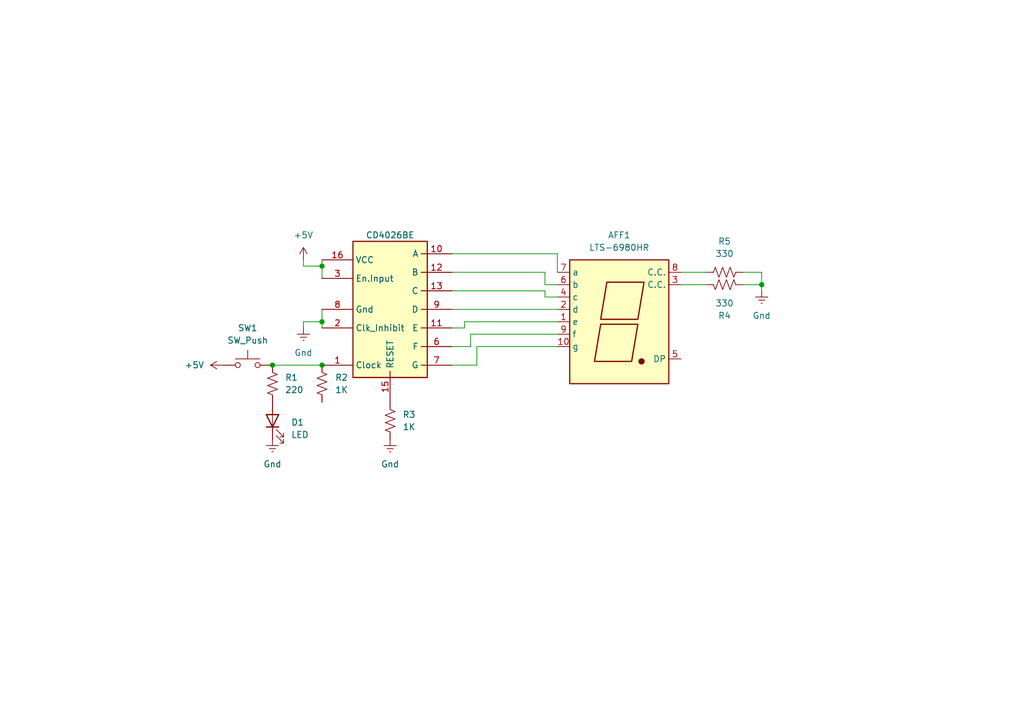
<source format=kicad_sch>
(kicad_sch
	(version 20250114)
	(generator "eeschema")
	(generator_version "9.0")
	(uuid "b34d2f40-08f2-4dbe-959f-ee606e64453a")
	(paper "A5")
	(lib_symbols
		(symbol "4xxx:CD4026BE"
			(exclude_from_sim no)
			(in_bom yes)
			(on_board yes)
			(property "Reference" "CD4026BE"
				(at -0.254 14.986 0)
				(effects
					(font
						(size 1.27 1.27)
					)
					(hide yes)
				)
			)
			(property "Value" ""
				(at 0 0 0)
				(effects
					(font
						(size 1.27 1.27)
					)
				)
			)
			(property "Footprint" ""
				(at 0 0 0)
				(effects
					(font
						(size 1.27 1.27)
					)
					(hide yes)
				)
			)
			(property "Datasheet" ""
				(at 0 0 0)
				(effects
					(font
						(size 1.27 1.27)
					)
					(hide yes)
				)
			)
			(property "Description" ""
				(at 0 0 0)
				(effects
					(font
						(size 1.27 1.27)
					)
					(hide yes)
				)
			)
			(symbol "CD4026BE_1_1"
				(rectangle
					(start -7.62 13.97)
					(end 7.62 -13.97)
					(stroke
						(width 0.254)
						(type default)
					)
					(fill
						(type background)
					)
				)
				(pin power_in line
					(at -13.97 10.16 0)
					(length 6.35)
					(name "VCC"
						(effects
							(font
								(size 1.27 1.27)
							)
						)
					)
					(number "16"
						(effects
							(font
								(size 1.27 1.27)
							)
						)
					)
				)
				(pin input line
					(at -13.97 6.35 0)
					(length 6.35)
					(name "En.Input"
						(effects
							(font
								(size 1.27 1.27)
							)
						)
					)
					(number "3"
						(effects
							(font
								(size 1.27 1.27)
							)
						)
					)
				)
				(pin power_in line
					(at -13.97 0 0)
					(length 6.35)
					(name "Gnd"
						(effects
							(font
								(size 1.27 1.27)
							)
						)
					)
					(number "8"
						(effects
							(font
								(size 1.27 1.27)
							)
						)
					)
				)
				(pin power_in line
					(at -13.97 -3.81 0)
					(length 6.35)
					(name "Clk_Inhibit"
						(effects
							(font
								(size 1.27 1.27)
							)
						)
					)
					(number "2"
						(effects
							(font
								(size 1.27 1.27)
							)
						)
					)
				)
				(pin input line
					(at -13.97 -11.43 0)
					(length 6.35)
					(name "Clock"
						(effects
							(font
								(size 1.27 1.27)
							)
						)
					)
					(number "1"
						(effects
							(font
								(size 1.27 1.27)
							)
						)
					)
				)
				(pin output line
					(at 0 -19.05 90)
					(length 6.35)
					(name "RESET"
						(effects
							(font
								(size 1.27 1.27)
							)
						)
					)
					(number "15"
						(effects
							(font
								(size 1.27 1.27)
							)
						)
					)
				)
				(pin output line
					(at 12.7 11.43 180)
					(length 6.35)
					(name "A"
						(effects
							(font
								(size 1.27 1.27)
							)
						)
					)
					(number "10"
						(effects
							(font
								(size 1.27 1.27)
							)
						)
					)
				)
				(pin output line
					(at 12.7 7.62 180)
					(length 6.35)
					(name "B"
						(effects
							(font
								(size 1.27 1.27)
							)
						)
					)
					(number "12"
						(effects
							(font
								(size 1.27 1.27)
							)
						)
					)
				)
				(pin output line
					(at 12.7 3.81 180)
					(length 6.35)
					(name "C"
						(effects
							(font
								(size 1.27 1.27)
							)
						)
					)
					(number "13"
						(effects
							(font
								(size 1.27 1.27)
							)
						)
					)
				)
				(pin output line
					(at 12.7 0 180)
					(length 6.35)
					(name "D"
						(effects
							(font
								(size 1.27 1.27)
							)
						)
					)
					(number "9"
						(effects
							(font
								(size 1.27 1.27)
							)
						)
					)
				)
				(pin output line
					(at 12.7 -3.81 180)
					(length 6.35)
					(name "E"
						(effects
							(font
								(size 1.27 1.27)
							)
						)
					)
					(number "11"
						(effects
							(font
								(size 1.27 1.27)
							)
						)
					)
				)
				(pin output line
					(at 12.7 -7.62 180)
					(length 6.35)
					(name "F"
						(effects
							(font
								(size 1.27 1.27)
							)
						)
					)
					(number "6"
						(effects
							(font
								(size 1.27 1.27)
							)
						)
					)
				)
				(pin output line
					(at 12.7 -11.43 180)
					(length 6.35)
					(name "G"
						(effects
							(font
								(size 1.27 1.27)
							)
						)
					)
					(number "7"
						(effects
							(font
								(size 1.27 1.27)
							)
						)
					)
				)
			)
			(embedded_fonts no)
		)
		(symbol "CD4026BE:CD4026BE"
			(exclude_from_sim no)
			(in_bom yes)
			(on_board yes)
			(property "Reference" "CD4026BE"
				(at -0.254 14.986 0)
				(effects
					(font
						(size 1.27 1.27)
					)
					(hide yes)
				)
			)
			(property "Value" ""
				(at 0 0 0)
				(effects
					(font
						(size 1.27 1.27)
					)
				)
			)
			(property "Footprint" ""
				(at 0 0 0)
				(effects
					(font
						(size 1.27 1.27)
					)
					(hide yes)
				)
			)
			(property "Datasheet" ""
				(at 0 0 0)
				(effects
					(font
						(size 1.27 1.27)
					)
					(hide yes)
				)
			)
			(property "Description" ""
				(at 0 0 0)
				(effects
					(font
						(size 1.27 1.27)
					)
					(hide yes)
				)
			)
			(embedded_fonts no)
		)
		(symbol "Device:LED"
			(pin_numbers
				(hide yes)
			)
			(pin_names
				(offset 1.016)
				(hide yes)
			)
			(exclude_from_sim no)
			(in_bom yes)
			(on_board yes)
			(property "Reference" "D"
				(at 0 2.54 0)
				(effects
					(font
						(size 1.27 1.27)
					)
				)
			)
			(property "Value" "LED"
				(at 0 -2.54 0)
				(effects
					(font
						(size 1.27 1.27)
					)
				)
			)
			(property "Footprint" ""
				(at 0 0 0)
				(effects
					(font
						(size 1.27 1.27)
					)
					(hide yes)
				)
			)
			(property "Datasheet" "~"
				(at 0 0 0)
				(effects
					(font
						(size 1.27 1.27)
					)
					(hide yes)
				)
			)
			(property "Description" "Light emitting diode"
				(at 0 0 0)
				(effects
					(font
						(size 1.27 1.27)
					)
					(hide yes)
				)
			)
			(property "Sim.Pins" "1=K 2=A"
				(at 0 0 0)
				(effects
					(font
						(size 1.27 1.27)
					)
					(hide yes)
				)
			)
			(property "ki_keywords" "LED diode"
				(at 0 0 0)
				(effects
					(font
						(size 1.27 1.27)
					)
					(hide yes)
				)
			)
			(property "ki_fp_filters" "LED* LED_SMD:* LED_THT:*"
				(at 0 0 0)
				(effects
					(font
						(size 1.27 1.27)
					)
					(hide yes)
				)
			)
			(symbol "LED_0_1"
				(polyline
					(pts
						(xy -3.048 -0.762) (xy -4.572 -2.286) (xy -3.81 -2.286) (xy -4.572 -2.286) (xy -4.572 -1.524)
					)
					(stroke
						(width 0)
						(type default)
					)
					(fill
						(type none)
					)
				)
				(polyline
					(pts
						(xy -1.778 -0.762) (xy -3.302 -2.286) (xy -2.54 -2.286) (xy -3.302 -2.286) (xy -3.302 -1.524)
					)
					(stroke
						(width 0)
						(type default)
					)
					(fill
						(type none)
					)
				)
				(polyline
					(pts
						(xy -1.27 0) (xy 1.27 0)
					)
					(stroke
						(width 0)
						(type default)
					)
					(fill
						(type none)
					)
				)
				(polyline
					(pts
						(xy -1.27 -1.27) (xy -1.27 1.27)
					)
					(stroke
						(width 0.254)
						(type default)
					)
					(fill
						(type none)
					)
				)
				(polyline
					(pts
						(xy 1.27 -1.27) (xy 1.27 1.27) (xy -1.27 0) (xy 1.27 -1.27)
					)
					(stroke
						(width 0.254)
						(type default)
					)
					(fill
						(type none)
					)
				)
			)
			(symbol "LED_1_1"
				(pin passive line
					(at -3.81 0 0)
					(length 2.54)
					(name "K"
						(effects
							(font
								(size 1.27 1.27)
							)
						)
					)
					(number "1"
						(effects
							(font
								(size 1.27 1.27)
							)
						)
					)
				)
				(pin passive line
					(at 3.81 0 180)
					(length 2.54)
					(name "A"
						(effects
							(font
								(size 1.27 1.27)
							)
						)
					)
					(number "2"
						(effects
							(font
								(size 1.27 1.27)
							)
						)
					)
				)
			)
			(embedded_fonts no)
		)
		(symbol "Device:R_US"
			(pin_numbers
				(hide yes)
			)
			(pin_names
				(offset 0)
			)
			(exclude_from_sim no)
			(in_bom yes)
			(on_board yes)
			(property "Reference" "R"
				(at 2.54 0 90)
				(effects
					(font
						(size 1.27 1.27)
					)
				)
			)
			(property "Value" "R_US"
				(at -2.54 0 90)
				(effects
					(font
						(size 1.27 1.27)
					)
				)
			)
			(property "Footprint" ""
				(at 1.016 -0.254 90)
				(effects
					(font
						(size 1.27 1.27)
					)
					(hide yes)
				)
			)
			(property "Datasheet" "~"
				(at 0 0 0)
				(effects
					(font
						(size 1.27 1.27)
					)
					(hide yes)
				)
			)
			(property "Description" "Resistor, US symbol"
				(at 0 0 0)
				(effects
					(font
						(size 1.27 1.27)
					)
					(hide yes)
				)
			)
			(property "ki_keywords" "R res resistor"
				(at 0 0 0)
				(effects
					(font
						(size 1.27 1.27)
					)
					(hide yes)
				)
			)
			(property "ki_fp_filters" "R_*"
				(at 0 0 0)
				(effects
					(font
						(size 1.27 1.27)
					)
					(hide yes)
				)
			)
			(symbol "R_US_0_1"
				(polyline
					(pts
						(xy 0 2.286) (xy 0 2.54)
					)
					(stroke
						(width 0)
						(type default)
					)
					(fill
						(type none)
					)
				)
				(polyline
					(pts
						(xy 0 2.286) (xy 1.016 1.905) (xy 0 1.524) (xy -1.016 1.143) (xy 0 0.762)
					)
					(stroke
						(width 0)
						(type default)
					)
					(fill
						(type none)
					)
				)
				(polyline
					(pts
						(xy 0 0.762) (xy 1.016 0.381) (xy 0 0) (xy -1.016 -0.381) (xy 0 -0.762)
					)
					(stroke
						(width 0)
						(type default)
					)
					(fill
						(type none)
					)
				)
				(polyline
					(pts
						(xy 0 -0.762) (xy 1.016 -1.143) (xy 0 -1.524) (xy -1.016 -1.905) (xy 0 -2.286)
					)
					(stroke
						(width 0)
						(type default)
					)
					(fill
						(type none)
					)
				)
				(polyline
					(pts
						(xy 0 -2.286) (xy 0 -2.54)
					)
					(stroke
						(width 0)
						(type default)
					)
					(fill
						(type none)
					)
				)
			)
			(symbol "R_US_1_1"
				(pin passive line
					(at 0 3.81 270)
					(length 1.27)
					(name "~"
						(effects
							(font
								(size 1.27 1.27)
							)
						)
					)
					(number "1"
						(effects
							(font
								(size 1.27 1.27)
							)
						)
					)
				)
				(pin passive line
					(at 0 -3.81 90)
					(length 1.27)
					(name "~"
						(effects
							(font
								(size 1.27 1.27)
							)
						)
					)
					(number "2"
						(effects
							(font
								(size 1.27 1.27)
							)
						)
					)
				)
			)
			(embedded_fonts no)
		)
		(symbol "Display_Character:LTS-6980HR"
			(exclude_from_sim no)
			(in_bom yes)
			(on_board yes)
			(property "Reference" "AFF1"
				(at 0 17.78 0)
				(effects
					(font
						(size 1.27 1.27)
					)
				)
			)
			(property "Value" "LTS-6980HR"
				(at 0 15.24 0)
				(effects
					(font
						(size 1.27 1.27)
					)
				)
			)
			(property "Footprint" "Display_7Segment:7SegmentLED_LTS6760_LTS6780"
				(at 0 -15.24 0)
				(effects
					(font
						(size 1.27 1.27)
					)
					(hide yes)
				)
			)
			(property "Datasheet" "http://datasheet.octopart.com/LTS-6960HR-Lite-On-datasheet-11803242.pdf"
				(at 0 0 0)
				(effects
					(font
						(size 1.27 1.27)
					)
					(hide yes)
				)
			)
			(property "Description" "DISPLAY 7 SEGMENTS common K, high efficient red"
				(at 0 0 0)
				(effects
					(font
						(size 1.27 1.27)
					)
					(hide yes)
				)
			)
			(property "ki_keywords" "display LED 7-segment"
				(at 0 0 0)
				(effects
					(font
						(size 1.27 1.27)
					)
					(hide yes)
				)
			)
			(property "ki_fp_filters" "7SegmentLED?LTS6760?LTS6780*"
				(at 0 0 0)
				(effects
					(font
						(size 1.27 1.27)
					)
					(hide yes)
				)
			)
			(symbol "LTS-6980HR_0_1"
				(rectangle
					(start -10.16 12.7)
					(end 10.16 -12.7)
					(stroke
						(width 0.254)
						(type default)
					)
					(fill
						(type background)
					)
				)
				(polyline
					(pts
						(xy -3.81 -0.508) (xy 3.81 -0.508) (xy 2.54 -8.128) (xy -5.08 -8.128) (xy -3.81 -0.508) (xy -3.81 -0.508)
					)
					(stroke
						(width 0.254)
						(type default)
					)
					(fill
						(type none)
					)
				)
				(polyline
					(pts
						(xy -2.54 8.128) (xy 5.08 8.128) (xy 3.81 0.508) (xy -3.81 0.508) (xy -2.54 8.128) (xy -2.54 8.128)
					)
					(stroke
						(width 0.254)
						(type default)
					)
					(fill
						(type none)
					)
				)
				(circle
					(center 4.572 -8.128)
					(radius 0.508)
					(stroke
						(width 0.254)
						(type default)
					)
					(fill
						(type outline)
					)
				)
			)
			(symbol "LTS-6980HR_1_1"
				(pin passive line
					(at -12.7 10.16 0)
					(length 2.54)
					(name "a"
						(effects
							(font
								(size 1.27 1.27)
							)
						)
					)
					(number "7"
						(effects
							(font
								(size 1.27 1.27)
							)
						)
					)
				)
				(pin passive line
					(at -12.7 7.62 0)
					(length 2.54)
					(name "b"
						(effects
							(font
								(size 1.27 1.27)
							)
						)
					)
					(number "6"
						(effects
							(font
								(size 1.27 1.27)
							)
						)
					)
				)
				(pin passive line
					(at -12.7 5.08 0)
					(length 2.54)
					(name "c"
						(effects
							(font
								(size 1.27 1.27)
							)
						)
					)
					(number "4"
						(effects
							(font
								(size 1.27 1.27)
							)
						)
					)
				)
				(pin passive line
					(at -12.7 2.54 0)
					(length 2.54)
					(name "d"
						(effects
							(font
								(size 1.27 1.27)
							)
						)
					)
					(number "2"
						(effects
							(font
								(size 1.27 1.27)
							)
						)
					)
				)
				(pin passive line
					(at -12.7 0 0)
					(length 2.54)
					(name "e"
						(effects
							(font
								(size 1.27 1.27)
							)
						)
					)
					(number "1"
						(effects
							(font
								(size 1.27 1.27)
							)
						)
					)
				)
				(pin passive line
					(at -12.7 -2.54 0)
					(length 2.54)
					(name "f"
						(effects
							(font
								(size 1.27 1.27)
							)
						)
					)
					(number "9"
						(effects
							(font
								(size 1.27 1.27)
							)
						)
					)
				)
				(pin passive line
					(at -12.7 -5.08 0)
					(length 2.54)
					(name "g"
						(effects
							(font
								(size 1.27 1.27)
							)
						)
					)
					(number "10"
						(effects
							(font
								(size 1.27 1.27)
							)
						)
					)
				)
				(pin passive line
					(at 12.7 10.16 180)
					(length 2.54)
					(name "C.C."
						(effects
							(font
								(size 1.27 1.27)
							)
						)
					)
					(number "8"
						(effects
							(font
								(size 1.27 1.27)
							)
						)
					)
				)
				(pin passive line
					(at 12.7 7.62 180)
					(length 2.54)
					(name "C.C."
						(effects
							(font
								(size 1.27 1.27)
							)
						)
					)
					(number "3"
						(effects
							(font
								(size 1.27 1.27)
							)
						)
					)
				)
				(pin passive line
					(at 12.7 -7.62 180)
					(length 2.54)
					(name "DP"
						(effects
							(font
								(size 1.27 1.27)
							)
						)
					)
					(number "5"
						(effects
							(font
								(size 1.27 1.27)
							)
						)
					)
				)
			)
			(embedded_fonts no)
		)
		(symbol "Switch:SW_Push"
			(pin_numbers
				(hide yes)
			)
			(pin_names
				(offset 1.016)
				(hide yes)
			)
			(exclude_from_sim no)
			(in_bom yes)
			(on_board yes)
			(property "Reference" "SW"
				(at 1.27 2.54 0)
				(effects
					(font
						(size 1.27 1.27)
					)
					(justify left)
				)
			)
			(property "Value" "SW_Push"
				(at 0 -1.524 0)
				(effects
					(font
						(size 1.27 1.27)
					)
				)
			)
			(property "Footprint" ""
				(at 0 5.08 0)
				(effects
					(font
						(size 1.27 1.27)
					)
					(hide yes)
				)
			)
			(property "Datasheet" "~"
				(at 0 5.08 0)
				(effects
					(font
						(size 1.27 1.27)
					)
					(hide yes)
				)
			)
			(property "Description" "Push button switch, generic, two pins"
				(at 0 0 0)
				(effects
					(font
						(size 1.27 1.27)
					)
					(hide yes)
				)
			)
			(property "ki_keywords" "switch normally-open pushbutton push-button"
				(at 0 0 0)
				(effects
					(font
						(size 1.27 1.27)
					)
					(hide yes)
				)
			)
			(symbol "SW_Push_0_1"
				(circle
					(center -2.032 0)
					(radius 0.508)
					(stroke
						(width 0)
						(type default)
					)
					(fill
						(type none)
					)
				)
				(polyline
					(pts
						(xy 0 1.27) (xy 0 3.048)
					)
					(stroke
						(width 0)
						(type default)
					)
					(fill
						(type none)
					)
				)
				(circle
					(center 2.032 0)
					(radius 0.508)
					(stroke
						(width 0)
						(type default)
					)
					(fill
						(type none)
					)
				)
				(polyline
					(pts
						(xy 2.54 1.27) (xy -2.54 1.27)
					)
					(stroke
						(width 0)
						(type default)
					)
					(fill
						(type none)
					)
				)
				(pin passive line
					(at -5.08 0 0)
					(length 2.54)
					(name "1"
						(effects
							(font
								(size 1.27 1.27)
							)
						)
					)
					(number "1"
						(effects
							(font
								(size 1.27 1.27)
							)
						)
					)
				)
				(pin passive line
					(at 5.08 0 180)
					(length 2.54)
					(name "2"
						(effects
							(font
								(size 1.27 1.27)
							)
						)
					)
					(number "2"
						(effects
							(font
								(size 1.27 1.27)
							)
						)
					)
				)
			)
			(embedded_fonts no)
		)
		(symbol "power:+5V"
			(power)
			(pin_numbers
				(hide yes)
			)
			(pin_names
				(offset 0)
				(hide yes)
			)
			(exclude_from_sim no)
			(in_bom yes)
			(on_board yes)
			(property "Reference" "#PWR"
				(at 0 -3.81 0)
				(effects
					(font
						(size 1.27 1.27)
					)
					(hide yes)
				)
			)
			(property "Value" "+5V"
				(at 0 3.556 0)
				(effects
					(font
						(size 1.27 1.27)
					)
				)
			)
			(property "Footprint" ""
				(at 0 0 0)
				(effects
					(font
						(size 1.27 1.27)
					)
					(hide yes)
				)
			)
			(property "Datasheet" ""
				(at 0 0 0)
				(effects
					(font
						(size 1.27 1.27)
					)
					(hide yes)
				)
			)
			(property "Description" "Power symbol creates a global label with name \"+5V\""
				(at 0 0 0)
				(effects
					(font
						(size 1.27 1.27)
					)
					(hide yes)
				)
			)
			(property "ki_keywords" "global power"
				(at 0 0 0)
				(effects
					(font
						(size 1.27 1.27)
					)
					(hide yes)
				)
			)
			(symbol "+5V_0_1"
				(polyline
					(pts
						(xy -0.762 1.27) (xy 0 2.54)
					)
					(stroke
						(width 0)
						(type default)
					)
					(fill
						(type none)
					)
				)
				(polyline
					(pts
						(xy 0 2.54) (xy 0.762 1.27)
					)
					(stroke
						(width 0)
						(type default)
					)
					(fill
						(type none)
					)
				)
				(polyline
					(pts
						(xy 0 0) (xy 0 2.54)
					)
					(stroke
						(width 0)
						(type default)
					)
					(fill
						(type none)
					)
				)
			)
			(symbol "+5V_1_1"
				(pin power_in line
					(at 0 0 90)
					(length 0)
					(name "~"
						(effects
							(font
								(size 1.27 1.27)
							)
						)
					)
					(number "1"
						(effects
							(font
								(size 1.27 1.27)
							)
						)
					)
				)
			)
			(embedded_fonts no)
		)
		(symbol "power:Earth"
			(power)
			(pin_numbers
				(hide yes)
			)
			(pin_names
				(offset 0)
				(hide yes)
			)
			(exclude_from_sim no)
			(in_bom yes)
			(on_board yes)
			(property "Reference" "#PWR"
				(at 0 -6.35 0)
				(effects
					(font
						(size 1.27 1.27)
					)
					(hide yes)
				)
			)
			(property "Value" "Earth"
				(at 0 -3.81 0)
				(effects
					(font
						(size 1.27 1.27)
					)
				)
			)
			(property "Footprint" ""
				(at 0 0 0)
				(effects
					(font
						(size 1.27 1.27)
					)
					(hide yes)
				)
			)
			(property "Datasheet" "~"
				(at 0 0 0)
				(effects
					(font
						(size 1.27 1.27)
					)
					(hide yes)
				)
			)
			(property "Description" "Power symbol creates a global label with name \"Earth\""
				(at 0 0 0)
				(effects
					(font
						(size 1.27 1.27)
					)
					(hide yes)
				)
			)
			(property "ki_keywords" "global ground gnd"
				(at 0 0 0)
				(effects
					(font
						(size 1.27 1.27)
					)
					(hide yes)
				)
			)
			(symbol "Earth_0_1"
				(polyline
					(pts
						(xy -0.635 -1.905) (xy 0.635 -1.905)
					)
					(stroke
						(width 0)
						(type default)
					)
					(fill
						(type none)
					)
				)
				(polyline
					(pts
						(xy -0.127 -2.54) (xy 0.127 -2.54)
					)
					(stroke
						(width 0)
						(type default)
					)
					(fill
						(type none)
					)
				)
				(polyline
					(pts
						(xy 0 -1.27) (xy 0 0)
					)
					(stroke
						(width 0)
						(type default)
					)
					(fill
						(type none)
					)
				)
				(polyline
					(pts
						(xy 1.27 -1.27) (xy -1.27 -1.27)
					)
					(stroke
						(width 0)
						(type default)
					)
					(fill
						(type none)
					)
				)
			)
			(symbol "Earth_1_1"
				(pin power_in line
					(at 0 0 270)
					(length 0)
					(name "~"
						(effects
							(font
								(size 1.27 1.27)
							)
						)
					)
					(number "1"
						(effects
							(font
								(size 1.27 1.27)
							)
						)
					)
				)
			)
			(embedded_fonts no)
		)
	)
	(junction
		(at 66.04 74.93)
		(diameter 0)
		(color 0 0 0 0)
		(uuid "16c283bf-afb7-4c90-9574-1388950c35f9")
	)
	(junction
		(at 156.21 58.42)
		(diameter 0)
		(color 0 0 0 0)
		(uuid "44c1e431-c33a-4129-a164-b0cc5b444e44")
	)
	(junction
		(at 66.04 54.61)
		(diameter 0)
		(color 0 0 0 0)
		(uuid "52670cc0-0233-43ef-8fb4-7fe469bb7591")
	)
	(junction
		(at 66.04 66.04)
		(diameter 0)
		(color 0 0 0 0)
		(uuid "58aea86c-aecf-4eff-92d5-3574c999ad65")
	)
	(junction
		(at 55.88 74.93)
		(diameter 0)
		(color 0 0 0 0)
		(uuid "71b5bc7d-b5aa-4580-99d3-6ee18a11000a")
	)
	(wire
		(pts
			(xy 66.04 54.61) (xy 66.04 57.15)
		)
		(stroke
			(width 0)
			(type default)
		)
		(uuid "031f59ae-2af5-4ecd-8682-6b76287ca17c")
	)
	(wire
		(pts
			(xy 111.76 55.88) (xy 92.71 55.88)
		)
		(stroke
			(width 0)
			(type default)
		)
		(uuid "0914cc95-2bb0-4cda-8e77-0ecb681acc1c")
	)
	(wire
		(pts
			(xy 66.04 63.5) (xy 66.04 66.04)
		)
		(stroke
			(width 0)
			(type default)
		)
		(uuid "1fdb0c23-77ec-42dc-b24d-a4573f57f8e9")
	)
	(wire
		(pts
			(xy 114.3 66.04) (xy 95.25 66.04)
		)
		(stroke
			(width 0)
			(type default)
		)
		(uuid "27048829-fa05-43ca-89c1-23d5c075114f")
	)
	(wire
		(pts
			(xy 92.71 63.5) (xy 114.3 63.5)
		)
		(stroke
			(width 0)
			(type default)
		)
		(uuid "2d8fb386-2518-457c-b36e-ce9b59d2c6fa")
	)
	(wire
		(pts
			(xy 114.3 71.12) (xy 97.79 71.12)
		)
		(stroke
			(width 0)
			(type default)
		)
		(uuid "345d0264-6814-48e7-a58a-3f652f8918c2")
	)
	(wire
		(pts
			(xy 66.04 66.04) (xy 62.23 66.04)
		)
		(stroke
			(width 0)
			(type default)
		)
		(uuid "38369fe8-dde8-4f95-a811-80f5ad095bb1")
	)
	(wire
		(pts
			(xy 139.7 55.88) (xy 144.78 55.88)
		)
		(stroke
			(width 0)
			(type default)
		)
		(uuid "3cad5b04-3a44-42ce-9e11-512a5df6d094")
	)
	(wire
		(pts
			(xy 97.79 71.12) (xy 97.79 74.93)
		)
		(stroke
			(width 0)
			(type default)
		)
		(uuid "44d956af-b5f3-4639-ade4-e064bf76e737")
	)
	(wire
		(pts
			(xy 95.25 67.31) (xy 92.71 67.31)
		)
		(stroke
			(width 0)
			(type default)
		)
		(uuid "496da2f7-a0a2-44fa-bf17-6b9b9a43d011")
	)
	(wire
		(pts
			(xy 156.21 58.42) (xy 156.21 59.69)
		)
		(stroke
			(width 0)
			(type default)
		)
		(uuid "4f619628-2ad2-442a-86e7-1482cdd92add")
	)
	(wire
		(pts
			(xy 114.3 60.96) (xy 111.76 60.96)
		)
		(stroke
			(width 0)
			(type default)
		)
		(uuid "574e6498-00d2-4d12-bbb0-1746a470f5a8")
	)
	(wire
		(pts
			(xy 114.3 58.42) (xy 111.76 58.42)
		)
		(stroke
			(width 0)
			(type default)
		)
		(uuid "6b43e349-326b-468b-8b95-4d0bc39ae712")
	)
	(wire
		(pts
			(xy 114.3 68.58) (xy 96.52 68.58)
		)
		(stroke
			(width 0)
			(type default)
		)
		(uuid "6cf0ac0c-aa7a-431b-a77d-6074841ff9fd")
	)
	(wire
		(pts
			(xy 92.71 74.93) (xy 97.79 74.93)
		)
		(stroke
			(width 0)
			(type default)
		)
		(uuid "6d512388-08d9-4793-b835-6336c382643a")
	)
	(wire
		(pts
			(xy 111.76 59.69) (xy 92.71 59.69)
		)
		(stroke
			(width 0)
			(type default)
		)
		(uuid "905b7eaa-ce4d-44d5-9250-4091e5d5b9c6")
	)
	(wire
		(pts
			(xy 139.7 58.42) (xy 144.78 58.42)
		)
		(stroke
			(width 0)
			(type default)
		)
		(uuid "9519261f-72ab-4d48-bed6-f514f09d759a")
	)
	(wire
		(pts
			(xy 152.4 55.88) (xy 156.21 55.88)
		)
		(stroke
			(width 0)
			(type default)
		)
		(uuid "a7b1e749-1ce6-444b-990d-7a104d883019")
	)
	(wire
		(pts
			(xy 111.76 55.88) (xy 111.76 58.42)
		)
		(stroke
			(width 0)
			(type default)
		)
		(uuid "a94b06f4-2f5c-4ee9-a8d2-d0b2452cf2ad")
	)
	(wire
		(pts
			(xy 96.52 68.58) (xy 96.52 71.12)
		)
		(stroke
			(width 0)
			(type default)
		)
		(uuid "afe85302-a329-4e8e-bc66-c099e0874369")
	)
	(wire
		(pts
			(xy 156.21 55.88) (xy 156.21 58.42)
		)
		(stroke
			(width 0)
			(type default)
		)
		(uuid "b45b7309-eb9a-4a3d-aa9c-579a271325f2")
	)
	(wire
		(pts
			(xy 111.76 60.96) (xy 111.76 59.69)
		)
		(stroke
			(width 0)
			(type default)
		)
		(uuid "b9ed0366-72e2-492a-97e5-33841f050745")
	)
	(wire
		(pts
			(xy 62.23 53.34) (xy 62.23 54.61)
		)
		(stroke
			(width 0)
			(type default)
		)
		(uuid "c0fc8002-c151-4db7-b8a9-75556c5c9c1b")
	)
	(wire
		(pts
			(xy 66.04 54.61) (xy 62.23 54.61)
		)
		(stroke
			(width 0)
			(type default)
		)
		(uuid "c3a88c34-8a39-4f94-81ad-52d9ca499f57")
	)
	(wire
		(pts
			(xy 92.71 52.07) (xy 114.3 52.07)
		)
		(stroke
			(width 0)
			(type default)
		)
		(uuid "d2146794-4470-47bf-bfca-d72eb6f69be2")
	)
	(wire
		(pts
			(xy 95.25 66.04) (xy 95.25 67.31)
		)
		(stroke
			(width 0)
			(type default)
		)
		(uuid "e2c91d35-21f1-4018-9f5f-be40ce60b09f")
	)
	(wire
		(pts
			(xy 114.3 55.88) (xy 114.3 52.07)
		)
		(stroke
			(width 0)
			(type default)
		)
		(uuid "e69d4597-6e08-44bf-8ab2-b11c164892d2")
	)
	(wire
		(pts
			(xy 55.88 74.93) (xy 66.04 74.93)
		)
		(stroke
			(width 0)
			(type default)
		)
		(uuid "f1cd12ca-cae1-49c4-8e0b-c58773e39eed")
	)
	(wire
		(pts
			(xy 66.04 53.34) (xy 66.04 54.61)
		)
		(stroke
			(width 0)
			(type default)
		)
		(uuid "f1f43089-67cb-4e55-94d9-1e657b8ae40b")
	)
	(wire
		(pts
			(xy 66.04 66.04) (xy 66.04 67.31)
		)
		(stroke
			(width 0)
			(type default)
		)
		(uuid "f2530044-dbbf-46ae-9cda-56333f8339f7")
	)
	(wire
		(pts
			(xy 62.23 66.04) (xy 62.23 67.31)
		)
		(stroke
			(width 0)
			(type default)
		)
		(uuid "f2783efd-3407-41a5-adb5-4800b2b79d5c")
	)
	(wire
		(pts
			(xy 152.4 58.42) (xy 156.21 58.42)
		)
		(stroke
			(width 0)
			(type default)
		)
		(uuid "f4b98063-ea88-426c-8ec3-93c64da2a6d7")
	)
	(wire
		(pts
			(xy 96.52 71.12) (xy 92.71 71.12)
		)
		(stroke
			(width 0)
			(type default)
		)
		(uuid "fb1d3e0d-f7b8-4851-9d43-93ee3a4052af")
	)
	(symbol
		(lib_id "Device:R_US")
		(at 80.01 86.36 0)
		(unit 1)
		(exclude_from_sim no)
		(in_bom yes)
		(on_board yes)
		(dnp no)
		(fields_autoplaced yes)
		(uuid "0ba0a4d1-df3b-4b3b-888a-22aa84c15b72")
		(property "Reference" "R3"
			(at 82.55 85.0899 0)
			(effects
				(font
					(size 1.27 1.27)
				)
				(justify left)
			)
		)
		(property "Value" "1K"
			(at 82.55 87.6299 0)
			(effects
				(font
					(size 1.27 1.27)
				)
				(justify left)
			)
		)
		(property "Footprint" ""
			(at 81.026 86.614 90)
			(effects
				(font
					(size 1.27 1.27)
				)
				(hide yes)
			)
		)
		(property "Datasheet" "~"
			(at 80.01 86.36 0)
			(effects
				(font
					(size 1.27 1.27)
				)
				(hide yes)
			)
		)
		(property "Description" "Resistor, US symbol"
			(at 80.01 86.36 0)
			(effects
				(font
					(size 1.27 1.27)
				)
				(hide yes)
			)
		)
		(pin "1"
			(uuid "7942496a-24d6-4172-baa0-e6f2451a2a3e")
		)
		(pin "2"
			(uuid "70844d79-b350-4297-98c7-369b45be3948")
		)
		(instances
			(project "Basic 7-Segment Counter"
				(path "/d089bf06-1a90-44df-8107-fce629e9dd1e/f248bbfc-20d8-4e55-9872-1b5ff772431d"
					(reference "R3")
					(unit 1)
				)
			)
		)
	)
	(symbol
		(lib_id "4xxx:CD4026BE")
		(at 80.01 63.5 0)
		(unit 1)
		(exclude_from_sim no)
		(in_bom yes)
		(on_board yes)
		(dnp no)
		(uuid "0e228b6b-27a1-438a-bd18-c7a134170c97")
		(property "Reference" "CD4026BE2"
			(at 79.756 48.514 0)
			(effects
				(font
					(size 1.27 1.27)
				)
				(hide yes)
			)
		)
		(property "Value" "CD4026BE"
			(at 80.01 48.26 0)
			(effects
				(font
					(size 1.27 1.27)
				)
			)
		)
		(property "Footprint" ""
			(at 80.01 63.5 0)
			(effects
				(font
					(size 1.27 1.27)
				)
				(hide yes)
			)
		)
		(property "Datasheet" ""
			(at 80.01 63.5 0)
			(effects
				(font
					(size 1.27 1.27)
				)
				(hide yes)
			)
		)
		(property "Description" ""
			(at 80.01 63.5 0)
			(effects
				(font
					(size 1.27 1.27)
				)
				(hide yes)
			)
		)
		(pin "13"
			(uuid "3659e0ff-6874-4ba7-aa74-022a72136a44")
		)
		(pin "11"
			(uuid "6a27f0b0-fabe-4070-af42-7329e8b07d57")
		)
		(pin "6"
			(uuid "9b6d0875-27d2-4c5a-8071-8a2f998f55d3")
		)
		(pin "10"
			(uuid "feedff02-d6ea-44e5-b73c-8203e0c0a8c0")
		)
		(pin "12"
			(uuid "aa19d8e8-e8fc-40de-8441-9c633a1e533b")
		)
		(pin "7"
			(uuid "982e80e6-8eab-49d6-a75b-bee31a0b492c")
		)
		(pin "3"
			(uuid "d9f70f19-9540-43cd-b949-2bc16710be58")
		)
		(pin "15"
			(uuid "a76cd9bf-3311-471f-9edc-534bdcfed9fc")
		)
		(pin "16"
			(uuid "5264aa53-15cb-4133-b9f4-1b4808e0e047")
		)
		(pin "1"
			(uuid "10fa3bb7-fb32-454d-8dc7-7a839486f403")
		)
		(pin "9"
			(uuid "690504f5-9a6d-4043-aa90-3d4197c2a9a7")
		)
		(pin "2"
			(uuid "2590158e-727d-4233-9562-180dbd4ffcaf")
		)
		(pin "8"
			(uuid "4591ec85-aa17-4215-a74a-4e880719e0a8")
		)
		(instances
			(project "Basic 7-Segment Counter"
				(path "/d089bf06-1a90-44df-8107-fce629e9dd1e/f248bbfc-20d8-4e55-9872-1b5ff772431d"
					(reference "CD4026BE2")
					(unit 1)
				)
			)
		)
	)
	(symbol
		(lib_id "power:Earth")
		(at 80.01 90.17 0)
		(unit 1)
		(exclude_from_sim no)
		(in_bom yes)
		(on_board yes)
		(dnp no)
		(fields_autoplaced yes)
		(uuid "41342444-3f69-4fca-bdca-62cd75142457")
		(property "Reference" "#PWR02"
			(at 80.01 96.52 0)
			(effects
				(font
					(size 1.27 1.27)
				)
				(hide yes)
			)
		)
		(property "Value" "Gnd"
			(at 80.01 95.25 0)
			(effects
				(font
					(size 1.27 1.27)
				)
			)
		)
		(property "Footprint" ""
			(at 80.01 90.17 0)
			(effects
				(font
					(size 1.27 1.27)
				)
				(hide yes)
			)
		)
		(property "Datasheet" "~"
			(at 80.01 90.17 0)
			(effects
				(font
					(size 1.27 1.27)
				)
				(hide yes)
			)
		)
		(property "Description" "Power symbol creates a global label with name \"Earth\""
			(at 80.01 90.17 0)
			(effects
				(font
					(size 1.27 1.27)
				)
				(hide yes)
			)
		)
		(pin "1"
			(uuid "4fb78856-9433-49d8-9d45-2ed32c1629d9")
		)
		(instances
			(project "Basic 7-Segment Counter"
				(path "/d089bf06-1a90-44df-8107-fce629e9dd1e/f248bbfc-20d8-4e55-9872-1b5ff772431d"
					(reference "#PWR02")
					(unit 1)
				)
			)
		)
	)
	(symbol
		(lib_id "Device:R_US")
		(at 148.59 55.88 90)
		(unit 1)
		(exclude_from_sim no)
		(in_bom yes)
		(on_board yes)
		(dnp no)
		(uuid "5b8a967c-3947-4256-9a19-5aa2d5b40002")
		(property "Reference" "R5"
			(at 148.59 49.53 90)
			(effects
				(font
					(size 1.27 1.27)
				)
			)
		)
		(property "Value" "330"
			(at 148.59 52.07 90)
			(effects
				(font
					(size 1.27 1.27)
				)
			)
		)
		(property "Footprint" ""
			(at 148.844 54.864 90)
			(effects
				(font
					(size 1.27 1.27)
				)
				(hide yes)
			)
		)
		(property "Datasheet" "~"
			(at 148.59 55.88 0)
			(effects
				(font
					(size 1.27 1.27)
				)
				(hide yes)
			)
		)
		(property "Description" "Resistor, US symbol"
			(at 148.59 55.88 0)
			(effects
				(font
					(size 1.27 1.27)
				)
				(hide yes)
			)
		)
		(pin "1"
			(uuid "26925cd6-f631-4e68-8130-9dbfecb61bf0")
		)
		(pin "2"
			(uuid "1e9e51fd-ed86-4e20-9ee2-aaf764d6e101")
		)
		(instances
			(project "Basic 7-Segment Counter"
				(path "/d089bf06-1a90-44df-8107-fce629e9dd1e/f248bbfc-20d8-4e55-9872-1b5ff772431d"
					(reference "R5")
					(unit 1)
				)
			)
		)
	)
	(symbol
		(lib_id "Switch:SW_Push")
		(at 50.8 74.93 0)
		(unit 1)
		(exclude_from_sim no)
		(in_bom yes)
		(on_board yes)
		(dnp no)
		(fields_autoplaced yes)
		(uuid "6bf63384-c190-4459-a382-5a16633e6215")
		(property "Reference" "SW1"
			(at 50.8 67.31 0)
			(effects
				(font
					(size 1.27 1.27)
				)
			)
		)
		(property "Value" "SW_Push"
			(at 50.8 69.85 0)
			(effects
				(font
					(size 1.27 1.27)
				)
			)
		)
		(property "Footprint" ""
			(at 50.8 69.85 0)
			(effects
				(font
					(size 1.27 1.27)
				)
				(hide yes)
			)
		)
		(property "Datasheet" "~"
			(at 50.8 69.85 0)
			(effects
				(font
					(size 1.27 1.27)
				)
				(hide yes)
			)
		)
		(property "Description" "Push button switch, generic, two pins"
			(at 50.8 74.93 0)
			(effects
				(font
					(size 1.27 1.27)
				)
				(hide yes)
			)
		)
		(pin "1"
			(uuid "87786f99-a805-4e5d-b97f-e2737f1dd514")
		)
		(pin "2"
			(uuid "92baf9c3-4e66-4377-9e08-deb9f8daca20")
		)
		(instances
			(project "Basic 7-Segment Counter"
				(path "/d089bf06-1a90-44df-8107-fce629e9dd1e/f248bbfc-20d8-4e55-9872-1b5ff772431d"
					(reference "SW1")
					(unit 1)
				)
			)
		)
	)
	(symbol
		(lib_id "CD4026BE:CD4026BE")
		(at 80.01 64.77 0)
		(unit 1)
		(exclude_from_sim no)
		(in_bom yes)
		(on_board yes)
		(dnp no)
		(fields_autoplaced yes)
		(uuid "85c4867d-1fae-492c-ae6c-ca9e477bc986")
		(property "Reference" "CD4026BE1"
			(at 79.756 49.784 0)
			(effects
				(font
					(size 1.27 1.27)
				)
				(hide yes)
			)
		)
		(property "Value" "~"
			(at 81.28 64.7699 0)
			(effects
				(font
					(size 1.27 1.27)
				)
				(justify left)
				(hide yes)
			)
		)
		(property "Footprint" ""
			(at 80.01 64.77 0)
			(effects
				(font
					(size 1.27 1.27)
				)
				(hide yes)
			)
		)
		(property "Datasheet" ""
			(at 80.01 64.77 0)
			(effects
				(font
					(size 1.27 1.27)
				)
				(hide yes)
			)
		)
		(property "Description" ""
			(at 80.01 64.77 0)
			(effects
				(font
					(size 1.27 1.27)
				)
				(hide yes)
			)
		)
		(instances
			(project "Basic 7-Segment Counter"
				(path "/d089bf06-1a90-44df-8107-fce629e9dd1e/f248bbfc-20d8-4e55-9872-1b5ff772431d"
					(reference "CD4026BE1")
					(unit 1)
				)
			)
		)
	)
	(symbol
		(lib_id "Device:R_US")
		(at 66.04 78.74 0)
		(unit 1)
		(exclude_from_sim no)
		(in_bom yes)
		(on_board yes)
		(dnp no)
		(fields_autoplaced yes)
		(uuid "891b40be-27c0-409a-9764-12125d64cb57")
		(property "Reference" "R2"
			(at 68.7015 77.4699 0)
			(effects
				(font
					(size 1.27 1.27)
				)
				(justify left)
			)
		)
		(property "Value" "1K"
			(at 68.7015 80.0099 0)
			(effects
				(font
					(size 1.27 1.27)
				)
				(justify left)
			)
		)
		(property "Footprint" ""
			(at 67.056 78.994 90)
			(effects
				(font
					(size 1.27 1.27)
				)
				(hide yes)
			)
		)
		(property "Datasheet" "~"
			(at 66.04 78.74 0)
			(effects
				(font
					(size 1.27 1.27)
				)
				(hide yes)
			)
		)
		(property "Description" "Resistor, US symbol"
			(at 66.04 78.74 0)
			(effects
				(font
					(size 1.27 1.27)
				)
				(hide yes)
			)
		)
		(pin "1"
			(uuid "2ee33822-d532-406e-911e-b4108f914b96")
		)
		(pin "2"
			(uuid "f490c4aa-bbaf-478f-b7f7-9cc7be1f5c08")
		)
		(instances
			(project "Basic 7-Segment Counter"
				(path "/d089bf06-1a90-44df-8107-fce629e9dd1e/f248bbfc-20d8-4e55-9872-1b5ff772431d"
					(reference "R2")
					(unit 1)
				)
			)
		)
	)
	(symbol
		(lib_id "Device:R_US")
		(at 148.59 58.42 90)
		(mirror x)
		(unit 1)
		(exclude_from_sim no)
		(in_bom yes)
		(on_board yes)
		(dnp no)
		(uuid "a509b493-9dfc-4fb3-9082-7e2d195c4bf5")
		(property "Reference" "R4"
			(at 148.59 64.77 90)
			(effects
				(font
					(size 1.27 1.27)
				)
			)
		)
		(property "Value" "330"
			(at 148.59 62.23 90)
			(effects
				(font
					(size 1.27 1.27)
				)
			)
		)
		(property "Footprint" ""
			(at 148.844 59.436 90)
			(effects
				(font
					(size 1.27 1.27)
				)
				(hide yes)
			)
		)
		(property "Datasheet" "~"
			(at 148.59 58.42 0)
			(effects
				(font
					(size 1.27 1.27)
				)
				(hide yes)
			)
		)
		(property "Description" "Resistor, US symbol"
			(at 148.59 58.42 0)
			(effects
				(font
					(size 1.27 1.27)
				)
				(hide yes)
			)
		)
		(pin "1"
			(uuid "5bf57029-27ef-497b-9de4-76b3ed658a13")
		)
		(pin "2"
			(uuid "40da1e61-f000-4d55-a571-69b5a81973b6")
		)
		(instances
			(project "Basic 7-Segment Counter"
				(path "/d089bf06-1a90-44df-8107-fce629e9dd1e/f248bbfc-20d8-4e55-9872-1b5ff772431d"
					(reference "R4")
					(unit 1)
				)
			)
		)
	)
	(symbol
		(lib_id "power:Earth")
		(at 156.21 59.69 0)
		(unit 1)
		(exclude_from_sim no)
		(in_bom yes)
		(on_board yes)
		(dnp no)
		(fields_autoplaced yes)
		(uuid "a62fe374-0e40-4b44-a7f3-d0cdbc2d6af9")
		(property "Reference" "#PWR04"
			(at 156.21 66.04 0)
			(effects
				(font
					(size 1.27 1.27)
				)
				(hide yes)
			)
		)
		(property "Value" "Gnd"
			(at 156.21 64.77 0)
			(effects
				(font
					(size 1.27 1.27)
				)
			)
		)
		(property "Footprint" ""
			(at 156.21 59.69 0)
			(effects
				(font
					(size 1.27 1.27)
				)
				(hide yes)
			)
		)
		(property "Datasheet" "~"
			(at 156.21 59.69 0)
			(effects
				(font
					(size 1.27 1.27)
				)
				(hide yes)
			)
		)
		(property "Description" "Power symbol creates a global label with name \"Earth\""
			(at 156.21 59.69 0)
			(effects
				(font
					(size 1.27 1.27)
				)
				(hide yes)
			)
		)
		(pin "1"
			(uuid "91381fe4-4d32-40ff-9263-8024243ef65c")
		)
		(instances
			(project "Basic 7-Segment Counter"
				(path "/d089bf06-1a90-44df-8107-fce629e9dd1e/f248bbfc-20d8-4e55-9872-1b5ff772431d"
					(reference "#PWR04")
					(unit 1)
				)
			)
		)
	)
	(symbol
		(lib_id "power:+5V")
		(at 45.72 74.93 90)
		(unit 1)
		(exclude_from_sim no)
		(in_bom yes)
		(on_board yes)
		(dnp no)
		(fields_autoplaced yes)
		(uuid "b0c242f8-8e97-4589-b6f0-16465bb16502")
		(property "Reference" "#PWR06"
			(at 49.53 74.93 0)
			(effects
				(font
					(size 1.27 1.27)
				)
				(hide yes)
			)
		)
		(property "Value" "+5V"
			(at 41.91 74.9299 90)
			(effects
				(font
					(size 1.27 1.27)
				)
				(justify left)
			)
		)
		(property "Footprint" ""
			(at 45.72 74.93 0)
			(effects
				(font
					(size 1.27 1.27)
				)
				(hide yes)
			)
		)
		(property "Datasheet" ""
			(at 45.72 74.93 0)
			(effects
				(font
					(size 1.27 1.27)
				)
				(hide yes)
			)
		)
		(property "Description" "Power symbol creates a global label with name \"+5V\""
			(at 45.72 74.93 0)
			(effects
				(font
					(size 1.27 1.27)
				)
				(hide yes)
			)
		)
		(pin "1"
			(uuid "eaf019bd-b00d-4d74-ac94-0bebfd3bf291")
		)
		(instances
			(project "Basic 7-Segment Counter"
				(path "/d089bf06-1a90-44df-8107-fce629e9dd1e/f248bbfc-20d8-4e55-9872-1b5ff772431d"
					(reference "#PWR06")
					(unit 1)
				)
			)
		)
	)
	(symbol
		(lib_id "Device:R_US")
		(at 55.88 78.74 0)
		(unit 1)
		(exclude_from_sim no)
		(in_bom yes)
		(on_board yes)
		(dnp no)
		(uuid "d343c560-84d0-4ee1-aaae-31cdb43aa7ea")
		(property "Reference" "R1"
			(at 58.42 77.4699 0)
			(effects
				(font
					(size 1.27 1.27)
				)
				(justify left)
			)
		)
		(property "Value" "220"
			(at 58.42 80.0099 0)
			(effects
				(font
					(size 1.27 1.27)
				)
				(justify left)
			)
		)
		(property "Footprint" ""
			(at 56.896 78.994 90)
			(effects
				(font
					(size 1.27 1.27)
				)
				(hide yes)
			)
		)
		(property "Datasheet" "~"
			(at 55.88 78.74 0)
			(effects
				(font
					(size 1.27 1.27)
				)
				(hide yes)
			)
		)
		(property "Description" "Resistor, US symbol"
			(at 55.88 78.74 0)
			(effects
				(font
					(size 1.27 1.27)
				)
				(hide yes)
			)
		)
		(pin "1"
			(uuid "b7a6cfe3-700f-4933-b9d4-36e2ec18753f")
		)
		(pin "2"
			(uuid "78355207-3593-4ea1-b7fc-82de5c731b1f")
		)
		(instances
			(project "Basic 7-Segment Counter"
				(path "/d089bf06-1a90-44df-8107-fce629e9dd1e/f248bbfc-20d8-4e55-9872-1b5ff772431d"
					(reference "R1")
					(unit 1)
				)
			)
		)
	)
	(symbol
		(lib_id "power:Earth")
		(at 62.23 67.31 0)
		(unit 1)
		(exclude_from_sim no)
		(in_bom yes)
		(on_board yes)
		(dnp no)
		(fields_autoplaced yes)
		(uuid "d7a89b13-e8b1-4243-a241-804fd7de11cf")
		(property "Reference" "#PWR03"
			(at 62.23 73.66 0)
			(effects
				(font
					(size 1.27 1.27)
				)
				(hide yes)
			)
		)
		(property "Value" "Gnd"
			(at 62.23 72.39 0)
			(effects
				(font
					(size 1.27 1.27)
				)
			)
		)
		(property "Footprint" ""
			(at 62.23 67.31 0)
			(effects
				(font
					(size 1.27 1.27)
				)
				(hide yes)
			)
		)
		(property "Datasheet" "~"
			(at 62.23 67.31 0)
			(effects
				(font
					(size 1.27 1.27)
				)
				(hide yes)
			)
		)
		(property "Description" "Power symbol creates a global label with name \"Earth\""
			(at 62.23 67.31 0)
			(effects
				(font
					(size 1.27 1.27)
				)
				(hide yes)
			)
		)
		(pin "1"
			(uuid "e8efc779-53b9-4ab4-b20b-eaf4a0871b4d")
		)
		(instances
			(project "Basic 7-Segment Counter"
				(path "/d089bf06-1a90-44df-8107-fce629e9dd1e/f248bbfc-20d8-4e55-9872-1b5ff772431d"
					(reference "#PWR03")
					(unit 1)
				)
			)
		)
	)
	(symbol
		(lib_id "power:+5V")
		(at 62.23 53.34 0)
		(unit 1)
		(exclude_from_sim no)
		(in_bom yes)
		(on_board yes)
		(dnp no)
		(fields_autoplaced yes)
		(uuid "ea95d92c-7ec4-4ef9-93f5-7e4fea8d53cb")
		(property "Reference" "#PWR05"
			(at 62.23 57.15 0)
			(effects
				(font
					(size 1.27 1.27)
				)
				(hide yes)
			)
		)
		(property "Value" "+5V"
			(at 62.23 48.26 0)
			(effects
				(font
					(size 1.27 1.27)
				)
			)
		)
		(property "Footprint" ""
			(at 62.23 53.34 0)
			(effects
				(font
					(size 1.27 1.27)
				)
				(hide yes)
			)
		)
		(property "Datasheet" ""
			(at 62.23 53.34 0)
			(effects
				(font
					(size 1.27 1.27)
				)
				(hide yes)
			)
		)
		(property "Description" "Power symbol creates a global label with name \"+5V\""
			(at 62.23 53.34 0)
			(effects
				(font
					(size 1.27 1.27)
				)
				(hide yes)
			)
		)
		(pin "1"
			(uuid "87271145-56cd-4d05-961c-d14bd1e40942")
		)
		(instances
			(project "Basic 7-Segment Counter"
				(path "/d089bf06-1a90-44df-8107-fce629e9dd1e/f248bbfc-20d8-4e55-9872-1b5ff772431d"
					(reference "#PWR05")
					(unit 1)
				)
			)
		)
	)
	(symbol
		(lib_id "Display_Character:LTS-6980HR")
		(at 127 66.04 0)
		(unit 1)
		(exclude_from_sim no)
		(in_bom yes)
		(on_board yes)
		(dnp no)
		(fields_autoplaced yes)
		(uuid "f3298c25-8fe0-4946-ac9f-06bde1df8d6b")
		(property "Reference" "AFF1"
			(at 127 48.26 0)
			(effects
				(font
					(size 1.27 1.27)
				)
			)
		)
		(property "Value" "LTS-6980HR"
			(at 127 50.8 0)
			(effects
				(font
					(size 1.27 1.27)
				)
			)
		)
		(property "Footprint" "Display_7Segment:7SegmentLED_LTS6760_LTS6780"
			(at 127 81.28 0)
			(effects
				(font
					(size 1.27 1.27)
				)
				(hide yes)
			)
		)
		(property "Datasheet" "http://datasheet.octopart.com/LTS-6960HR-Lite-On-datasheet-11803242.pdf"
			(at 127 66.04 0)
			(effects
				(font
					(size 1.27 1.27)
				)
				(hide yes)
			)
		)
		(property "Description" "DISPLAY 7 SEGMENTS common K, high efficient red"
			(at 127 66.04 0)
			(effects
				(font
					(size 1.27 1.27)
				)
				(hide yes)
			)
		)
		(pin "1"
			(uuid "8835211b-e49a-4792-94db-52969e0e2213")
		)
		(pin "8"
			(uuid "63c30c21-46cd-4b34-9f6e-9f697efe1423")
		)
		(pin "10"
			(uuid "5f39b484-8a0b-4794-a2a1-adf4198d3952")
		)
		(pin "2"
			(uuid "c8d60d0d-4821-4cae-a305-0529a16c45cf")
		)
		(pin "9"
			(uuid "0fd3b861-745d-497e-b5eb-9ecaad21d4bc")
		)
		(pin "3"
			(uuid "0228cce1-4101-4923-ac5d-596cbd913aca")
		)
		(pin "5"
			(uuid "c688dc43-e41b-462a-bade-11b09e15b962")
		)
		(pin "6"
			(uuid "b28ae7ef-6da7-4b32-b51a-1948ac977aa3")
		)
		(pin "4"
			(uuid "8e1a4fb5-9b39-4e95-8337-9b9d2961ae70")
		)
		(pin "7"
			(uuid "ce15a5e7-fbf0-47f6-adeb-78d939a3d75a")
		)
		(instances
			(project "Basic 7-Segment Counter"
				(path "/d089bf06-1a90-44df-8107-fce629e9dd1e/f248bbfc-20d8-4e55-9872-1b5ff772431d"
					(reference "AFF1")
					(unit 1)
				)
			)
		)
	)
	(symbol
		(lib_id "Device:LED")
		(at 55.88 86.36 90)
		(unit 1)
		(exclude_from_sim no)
		(in_bom yes)
		(on_board yes)
		(dnp no)
		(fields_autoplaced yes)
		(uuid "f552c280-4ad6-40ba-bb52-1994b6bf13f6")
		(property "Reference" "D1"
			(at 59.69 86.6774 90)
			(effects
				(font
					(size 1.27 1.27)
				)
				(justify right)
			)
		)
		(property "Value" "LED"
			(at 59.69 89.2174 90)
			(effects
				(font
					(size 1.27 1.27)
				)
				(justify right)
			)
		)
		(property "Footprint" ""
			(at 55.88 86.36 0)
			(effects
				(font
					(size 1.27 1.27)
				)
				(hide yes)
			)
		)
		(property "Datasheet" "~"
			(at 55.88 86.36 0)
			(effects
				(font
					(size 1.27 1.27)
				)
				(hide yes)
			)
		)
		(property "Description" "Light emitting diode"
			(at 55.88 86.36 0)
			(effects
				(font
					(size 1.27 1.27)
				)
				(hide yes)
			)
		)
		(property "Sim.Pins" "1=K 2=A"
			(at 55.88 86.36 0)
			(effects
				(font
					(size 1.27 1.27)
				)
				(hide yes)
			)
		)
		(pin "1"
			(uuid "f1020ff6-5991-415c-9008-310c0790c1bb")
		)
		(pin "2"
			(uuid "eed7a3af-8448-4b53-b496-1feab59a8727")
		)
		(instances
			(project "Basic 7-Segment Counter"
				(path "/d089bf06-1a90-44df-8107-fce629e9dd1e/f248bbfc-20d8-4e55-9872-1b5ff772431d"
					(reference "D1")
					(unit 1)
				)
			)
		)
	)
	(symbol
		(lib_id "power:Earth")
		(at 55.88 90.17 0)
		(unit 1)
		(exclude_from_sim no)
		(in_bom yes)
		(on_board yes)
		(dnp no)
		(fields_autoplaced yes)
		(uuid "f91b0f6a-670f-40fc-85bd-b48ae5fa5565")
		(property "Reference" "#PWR01"
			(at 55.88 96.52 0)
			(effects
				(font
					(size 1.27 1.27)
				)
				(hide yes)
			)
		)
		(property "Value" "Gnd"
			(at 55.88 95.25 0)
			(effects
				(font
					(size 1.27 1.27)
				)
			)
		)
		(property "Footprint" ""
			(at 55.88 90.17 0)
			(effects
				(font
					(size 1.27 1.27)
				)
				(hide yes)
			)
		)
		(property "Datasheet" "~"
			(at 55.88 90.17 0)
			(effects
				(font
					(size 1.27 1.27)
				)
				(hide yes)
			)
		)
		(property "Description" "Power symbol creates a global label with name \"Earth\""
			(at 55.88 90.17 0)
			(effects
				(font
					(size 1.27 1.27)
				)
				(hide yes)
			)
		)
		(pin "1"
			(uuid "9a5e2104-e0d2-4aff-ab2f-9912ea8008ca")
		)
		(instances
			(project "Basic 7-Segment Counter"
				(path "/d089bf06-1a90-44df-8107-fce629e9dd1e/f248bbfc-20d8-4e55-9872-1b5ff772431d"
					(reference "#PWR01")
					(unit 1)
				)
			)
		)
	)
)

</source>
